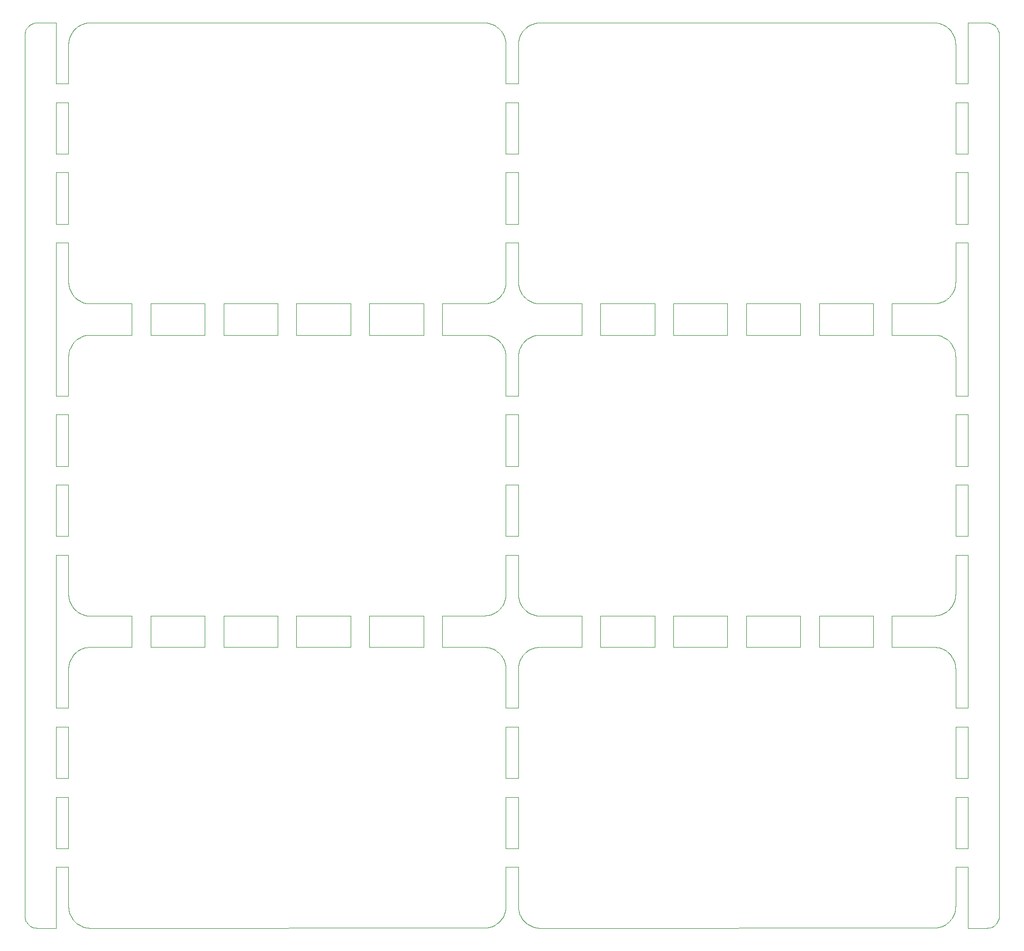
<source format=gbr>
%TF.GenerationSoftware,KiCad,Pcbnew,8.0.2*%
%TF.CreationDate,2024-05-05T15:06:13+02:00*%
%TF.ProjectId,panelized,70616e65-6c69-47a6-9564-2e6b69636164,rev?*%
%TF.SameCoordinates,Original*%
%TF.FileFunction,Profile,NP*%
%FSLAX46Y46*%
G04 Gerber Fmt 4.6, Leading zero omitted, Abs format (unit mm)*
G04 Created by KiCad (PCBNEW 8.0.2) date 2024-05-05 15:06:13*
%MOMM*%
%LPD*%
G01*
G04 APERTURE LIST*
%TA.AperFunction,Profile*%
%ADD10C,0.100000*%
%TD*%
G04 APERTURE END LIST*
D10*
X79530744Y-51648625D02*
X79440786Y-51801442D01*
X100834333Y-94992698D02*
X100834333Y-97499000D01*
X74248594Y-94898960D02*
X74425491Y-94856490D01*
X7041361Y-2970003D02*
X7018958Y-3145911D01*
X31834334Y-47501500D02*
X31834334Y-47499500D01*
X9120755Y-94716352D02*
X9285432Y-94782132D01*
X80221196Y-100844346D02*
X80089615Y-100963224D01*
X43501000Y-94986857D02*
X52167666Y-94983406D01*
X73855089Y-100017957D02*
X73678272Y-100004492D01*
X147851272Y-144082344D02*
X147983234Y-143957116D01*
X78000000Y-24000000D02*
X78002000Y-24000000D01*
X78002000Y-124000000D02*
X79001000Y-124000000D01*
X149001000Y-74000000D02*
X151002000Y-74000000D01*
X148981964Y-91863224D02*
X148996237Y-91681861D01*
X79072645Y-92204544D02*
X79112729Y-92377283D01*
X7112730Y-52622716D02*
X7072646Y-52795455D01*
X149001000Y-62750000D02*
X151002000Y-62750000D01*
X75568607Y-44311243D02*
X75712936Y-44200495D01*
X76561213Y-51801443D02*
X76471254Y-51648625D01*
X147500438Y-100627327D02*
X147352374Y-100529745D01*
X7964225Y-143911384D02*
X8089616Y-144036775D01*
X8501562Y-627328D02*
X8358629Y-732285D01*
X73678272Y-100004492D02*
X73501000Y-100000000D01*
X73678272Y-50004492D02*
X73501000Y-50000000D01*
X31834334Y-44991503D02*
X40501000Y-44988052D01*
X79440786Y-93198557D02*
X79530744Y-93351374D01*
X28834334Y-97499000D02*
X28834334Y-97501000D01*
X82501000Y-100000000D02*
X82323727Y-100004492D01*
X149001000Y-59750000D02*
X149001000Y-53500000D01*
X8089616Y-144036775D02*
X8221197Y-144155653D01*
X151002000Y-12750000D02*
X151002000Y-21000000D01*
X1609820Y-38430D02*
X1419431Y-86120D01*
X80802442Y-50439786D02*
X80649625Y-50529744D01*
X20167667Y-47501500D02*
X20167667Y-47499500D01*
X9285432Y-94782132D02*
X9453229Y-94839487D01*
X146030997Y-40361D02*
X145855089Y-17958D01*
X7628328Y-43499438D02*
X7733285Y-43642371D01*
X79284647Y-2119755D02*
X79218867Y-2284432D01*
X17167667Y-50000000D02*
X10501000Y-50000000D01*
X146069717Y-44932114D02*
X146248594Y-44898960D01*
X92167666Y-47499500D02*
X92167666Y-44996150D01*
X7628328Y-51500561D02*
X7530745Y-51648625D01*
X146069717Y-144932114D02*
X146248594Y-144898960D01*
X28834334Y-97501000D02*
X28834334Y-100000000D01*
X8501562Y-44372672D02*
X8649626Y-44470255D01*
X148471254Y-101648625D02*
X148373672Y-101500561D01*
X81971002Y-44959639D02*
X82146910Y-44982042D01*
X7845347Y-143779803D02*
X7964225Y-143911384D01*
X76373672Y-101500561D02*
X76268715Y-101357629D01*
X75500438Y-100627327D02*
X75352374Y-100529745D01*
X7733285Y-51357628D02*
X7628328Y-51500561D01*
X10146911Y-144982042D02*
X10323728Y-144995507D01*
X73889350Y-144955861D02*
X74069717Y-144932114D01*
X81120754Y-100283647D02*
X80959620Y-100357683D01*
X79001000Y-103500000D02*
X79001000Y-109750000D01*
X78002000Y-82250000D02*
X78000000Y-82250000D01*
X78002000Y-24000000D02*
X79001000Y-24000000D01*
X146205544Y-71646D02*
X146030997Y-40361D01*
X146425491Y-44856490D02*
X146599922Y-44804819D01*
X76958218Y-92043591D02*
X76981964Y-91863224D01*
X74716568Y-217868D02*
X74548770Y-160513D01*
X145678272Y-50004492D02*
X145501000Y-50000000D01*
X76996237Y-41681861D02*
X77001000Y-41500000D01*
X148925065Y-92222468D02*
X148958218Y-92043591D01*
X76889269Y-102622716D02*
X76840487Y-102452229D01*
X100834333Y-97501000D02*
X100834333Y-100000000D01*
X76373672Y-51500561D02*
X76268715Y-51357629D01*
X148373672Y-1500562D02*
X148268715Y-1357630D01*
X148840487Y-102452229D02*
X148783132Y-102284431D01*
X7072646Y-102795455D02*
X7041361Y-102970002D01*
X28834334Y-100000000D02*
X20167667Y-100000000D01*
X77001000Y-71000000D02*
X77001000Y-62750000D01*
X77001000Y-85250000D02*
X78000000Y-85250000D01*
X7001000Y-103500000D02*
X7001001Y-109750000D01*
X7733285Y-43642371D02*
X7845347Y-43779803D01*
X79001000Y-32250000D02*
X78002000Y-32250000D01*
X8089616Y-50963224D02*
X7964225Y-51088615D01*
X75983234Y-143957116D02*
X76108462Y-143825152D01*
X79161512Y-92547771D02*
X79218867Y-92715568D01*
X73889350Y-44955861D02*
X74069717Y-44932114D01*
X66834333Y-47501500D02*
X66834333Y-47499500D01*
X7001001Y-85250000D02*
X7001001Y-91500000D01*
X148882596Y-42399366D02*
X148925065Y-42222468D01*
X7001001Y-71000000D02*
X5000000Y-71000000D01*
X7358684Y-1958621D02*
X7284648Y-2119755D01*
X156002000Y-2000000D02*
X155992369Y-1803966D01*
X79218867Y-92715568D02*
X79284647Y-92880245D01*
X100834333Y-44992698D02*
X100834333Y-47499500D01*
X7358684Y-51958620D02*
X7284648Y-52119754D01*
X78002000Y-12750000D02*
X79001000Y-12750000D01*
X73855089Y-50017957D02*
X73678272Y-50004492D01*
X103834333Y-100000000D02*
X103834333Y-97501000D01*
X145501000Y0D02*
X82501000Y-1D01*
X135834333Y-47499500D02*
X135834333Y-47501500D01*
X148561213Y-101801443D02*
X148471254Y-101648625D01*
X76981964Y-41863224D02*
X76996237Y-41681861D01*
X155963570Y-1609820D02*
X155915880Y-1419431D01*
X73526126Y-44974899D02*
X73707987Y-44970136D01*
X78000000Y-21000000D02*
X77001000Y-21000000D01*
X17167667Y-44997344D02*
X17167667Y-47499500D01*
X8358629Y-100732284D02*
X8221197Y-100844346D01*
X74069717Y-144932114D02*
X74248594Y-144898960D01*
X75042379Y-50357684D02*
X74881245Y-50283647D01*
X5000000Y-35250000D02*
X7001001Y-35250000D01*
X9120755Y-144716352D02*
X9285432Y-144782132D01*
X135834333Y-97501000D02*
X135834333Y-100000000D01*
X151002000Y-135250000D02*
X151002000Y-145000000D01*
X148983042Y-53145910D02*
X148960639Y-52970002D01*
X146881245Y-50283647D02*
X146716568Y-50217867D01*
X7628328Y-143499438D02*
X7733285Y-143642371D01*
X76889269Y-2622717D02*
X76840487Y-2452230D01*
X7001001Y-112750000D02*
X7001001Y-121000000D01*
X81623716Y-144888270D02*
X81796455Y-144928354D01*
X7530745Y-43351374D02*
X7628328Y-43499438D01*
X66834333Y-44977565D02*
X73526126Y-44974899D01*
X154767366Y-152241D02*
X154582569Y-86120D01*
X7072646Y-142204544D02*
X7112730Y-142377283D01*
X75352374Y-100529745D02*
X75199556Y-100439786D01*
X78002000Y-121000000D02*
X78000000Y-121000000D01*
X79005492Y-41677272D02*
X79018957Y-41854089D01*
X78002000Y-21000000D02*
X78000000Y-21000000D01*
X146030997Y-100040360D02*
X145855089Y-100017957D01*
X148925065Y-42222468D02*
X148958218Y-42043591D01*
X151002000Y-62750000D02*
X151002000Y-71000000D01*
X77001000Y-109750000D02*
X77001000Y-103500000D01*
X7161513Y-42547771D02*
X7218868Y-42715568D01*
X7284648Y-102119754D02*
X7218868Y-102284431D01*
X148717352Y-102119754D02*
X148643315Y-101958620D01*
X731214Y-144546020D02*
X888860Y-144662939D01*
X89167666Y-44997344D02*
X89167666Y-47499500D01*
X9971003Y-144959639D02*
X10146911Y-144982042D01*
X76770200Y-142745287D02*
X76830927Y-142573798D01*
X79964224Y-51088615D02*
X79845346Y-51220196D01*
X79001000Y-53500000D02*
X79001000Y-59750000D01*
X66834333Y-50000000D02*
X66834333Y-47501500D01*
X75500438Y-50627327D02*
X75352374Y-50529745D01*
X115501000Y-97501000D02*
X115501000Y-97499000D01*
X82501000Y-50000000D02*
X82323727Y-50004492D01*
X453980Y-144268786D02*
X585787Y-144414213D01*
X731214Y-453980D02*
X585787Y-585787D01*
X78002000Y-109750000D02*
X78000000Y-109750000D01*
X5000000Y-112750000D02*
X7001001Y-112750000D01*
X76373672Y-1500562D02*
X76268715Y-1357630D01*
X78000000Y-32250000D02*
X77001000Y-32250000D01*
X155113140Y-337061D02*
X154944793Y-236158D01*
X147042379Y-50357684D02*
X146881245Y-50283647D01*
X52167666Y-44983406D02*
X52167666Y-47499500D01*
X151002000Y-74000000D02*
X151002000Y-82250000D01*
X76958218Y-142043591D02*
X76981964Y-141863224D01*
X76268715Y-101357629D02*
X76156653Y-101220196D01*
X155963570Y-143390180D02*
X155992369Y-143196034D01*
X7845347Y-101220196D02*
X7733285Y-101357628D01*
X80959620Y-100357683D02*
X80802442Y-100439786D01*
X82146910Y-50017957D02*
X81971002Y-50040360D01*
X79358683Y-1958621D02*
X79284647Y-2119755D01*
X79001000Y-74000000D02*
X79001000Y-82250000D01*
X82146910Y-17958D02*
X81971002Y-40361D01*
X155849759Y-143765366D02*
X155915880Y-143580569D01*
X76561213Y-1801444D02*
X76471254Y-1648626D01*
X76958218Y-42043591D02*
X76981964Y-41863224D01*
X148440401Y-43392558D02*
X148535456Y-43237442D01*
X7161513Y-2452229D02*
X7112730Y-2622717D01*
X75103687Y-44596150D02*
X75263565Y-44509343D01*
X79001000Y-71000000D02*
X78002000Y-71000000D01*
X80221196Y-50844346D02*
X80089615Y-50963224D01*
X152241Y-1234634D02*
X86120Y-1419431D01*
X8649626Y-144470255D02*
X8802443Y-144560213D01*
X7440787Y-101801442D02*
X7358684Y-101958620D01*
X147780803Y-50844346D02*
X147643370Y-50732284D01*
X7845347Y-43779803D02*
X7964225Y-43911384D01*
X135834333Y-97499000D02*
X135834333Y-97501000D01*
X89167666Y-94997344D02*
X89167666Y-97499000D01*
X75418679Y-94414287D02*
X75568607Y-94311243D01*
X77001000Y-3500000D02*
X76996507Y-3322728D01*
X8089616Y-963225D02*
X7964225Y-1088616D01*
X7218868Y-2284432D02*
X7161513Y-2452229D01*
X80089615Y-144036775D02*
X80221196Y-144155653D01*
X76830927Y-92573798D02*
X76882596Y-92399366D01*
X148996237Y-91681861D02*
X149001000Y-91500000D01*
X79112729Y-2622717D02*
X79072645Y-2795456D01*
X10146911Y-17958D02*
X9971003Y-40361D01*
X75263565Y-94509343D02*
X75418679Y-94414287D01*
X145501000Y-50000000D02*
X138834333Y-50000000D01*
X80959620Y-144642316D02*
X81120754Y-144716352D01*
X74548770Y-160513D02*
X74378283Y-111731D01*
X80959620Y-44642316D02*
X81120754Y-44716352D01*
X63834333Y-44978759D02*
X63834333Y-47499500D01*
X103834333Y-97499000D02*
X103834333Y-94991503D01*
X148958218Y-42043591D02*
X148981964Y-41863224D01*
X76981964Y-141863224D02*
X76996237Y-141681861D01*
X17167667Y-97499000D02*
X17167667Y-97501000D01*
X75912384Y-100963225D02*
X75780803Y-100844346D01*
X78002000Y-112750000D02*
X79001000Y-112750000D01*
X79530744Y-143351374D02*
X79628327Y-143499438D01*
X92167666Y-47501500D02*
X92167666Y-47499500D01*
X7733285Y-93642371D02*
X7845347Y-93779803D01*
X149001000Y-12750000D02*
X151002000Y-12750000D01*
X82501000Y-95000000D02*
X89167666Y-94997344D01*
X151002000Y-145000000D02*
X154002000Y-145000000D01*
X80089615Y-50963224D02*
X79964224Y-51088615D01*
X147912384Y-100963225D02*
X147780803Y-100844346D01*
X8501562Y-50627327D02*
X8358629Y-50732284D01*
X7001001Y-141500000D02*
X7005493Y-141677272D01*
X8358629Y-44267715D02*
X8501562Y-44372672D01*
X138834333Y-97501000D02*
X138834333Y-97499000D01*
X8649626Y-94470255D02*
X8802443Y-94560213D01*
X75103687Y-144596150D02*
X75263565Y-144509343D01*
X100834333Y-50000000D02*
X92167666Y-50000000D01*
X7440787Y-143198557D02*
X7530745Y-143351374D01*
X9971003Y-100040360D02*
X9796456Y-100071645D01*
X151002000Y-9750000D02*
X149001000Y-9750000D01*
X10501000Y-145000000D02*
X73526126Y-144974899D01*
X115501000Y-47501500D02*
X115501000Y-47499500D01*
X7001001Y-9750000D02*
X5000000Y-9750000D01*
X79284647Y-42880245D02*
X79358683Y-43041379D01*
X79530744Y-1648626D02*
X79440786Y-1801443D01*
X7964225Y-51088615D02*
X7845347Y-51220196D01*
X79161512Y-42547771D02*
X79218867Y-42715568D01*
X80221196Y-94155653D02*
X80358628Y-94267715D01*
X148889269Y-52622716D02*
X148840487Y-52452229D01*
X9120755Y-283648D02*
X8959621Y-357684D01*
X145501000Y-100000000D02*
X138834333Y-100000000D01*
X0Y-2000000D02*
X0Y-143000000D01*
X78000000Y-135250000D02*
X78002000Y-135250000D01*
X43501000Y-44986857D02*
X52167666Y-44983406D01*
X148226611Y-143686816D02*
X148337359Y-143542486D01*
X76037774Y-1088616D02*
X75912384Y-963226D01*
X148700581Y-142913362D02*
X148770200Y-142745287D01*
X79005492Y-91677272D02*
X79018957Y-91854089D01*
X148960639Y-2970003D02*
X148929354Y-2795456D01*
X77001000Y-91500000D02*
X77001000Y-85250000D01*
X8358629Y-94267715D02*
X8501562Y-94372672D01*
X75418679Y-44414287D02*
X75568607Y-44311243D01*
X152241Y-143765366D02*
X236158Y-143942793D01*
X148840487Y-52452229D02*
X148783132Y-52284431D01*
X7628328Y-101500561D02*
X7530745Y-101648625D01*
X146548770Y-50160512D02*
X146378283Y-50111730D01*
X7005493Y-41677272D02*
X7018958Y-41854089D01*
X81285431Y-144782132D02*
X81453228Y-144839487D01*
X888860Y-144662939D02*
X1057207Y-144763842D01*
X5000000Y-135250000D02*
X7001001Y-135250000D01*
X89167666Y-50000000D02*
X82501000Y-50000000D01*
X7440787Y-43198557D02*
X7530745Y-43351374D01*
X74716568Y-50217867D02*
X74548770Y-50160512D01*
X8221197Y-100844346D02*
X8089616Y-100963224D01*
X75352374Y-529746D02*
X75199556Y-439787D01*
X103834333Y-97501000D02*
X103834333Y-97499000D01*
X149001000Y-112750000D02*
X151002000Y-112750000D01*
X78000000Y-109750000D02*
X77001000Y-109750000D01*
X80358628Y-100732284D02*
X80221196Y-100844346D01*
X147568607Y-144311243D02*
X147712936Y-144200495D01*
X79358683Y-93041379D02*
X79440786Y-93198557D01*
X155548020Y-144268786D02*
X155664939Y-144111140D01*
X76226611Y-43686816D02*
X76337359Y-43542486D01*
X81120754Y-50283647D02*
X80959620Y-50357683D01*
X79218867Y-142715568D02*
X79284647Y-142880245D01*
X146548770Y-160513D02*
X146378283Y-111731D01*
X585787Y-144414213D02*
X731214Y-144546020D01*
X76996507Y-3322728D02*
X76983042Y-3145911D01*
X20167667Y-94996150D02*
X28834334Y-94992698D01*
X77001000Y-121000000D02*
X77001000Y-112750000D01*
X9453229Y-160513D02*
X9285432Y-217868D01*
X124167666Y-47499500D02*
X124167666Y-47501500D01*
X146716568Y-100217867D02*
X146548770Y-100160512D01*
X75712936Y-144200495D02*
X75851272Y-144082344D01*
X75780803Y-100844346D02*
X75643370Y-100732284D01*
X148958218Y-92043591D02*
X148981964Y-91863224D01*
X76925065Y-92222468D02*
X76958218Y-92043591D01*
X66834333Y-47499500D02*
X66834333Y-44977565D01*
X78000000Y-132250000D02*
X77001000Y-132250000D01*
X7161513Y-92547771D02*
X7218868Y-92715568D01*
X149001000Y-103500000D02*
X148996507Y-103322727D01*
X81623716Y-111730D02*
X81453228Y-160513D01*
X103834333Y-47501500D02*
X103834333Y-47499500D01*
X148337359Y-43542486D02*
X148440401Y-43392558D01*
X147500438Y-50627327D02*
X147352374Y-50529745D01*
X7358684Y-143041379D02*
X7440787Y-143198557D01*
X86120Y-143580569D02*
X152241Y-143765366D01*
X80089615Y-963225D02*
X79964224Y-1088616D01*
X76770200Y-42745287D02*
X76830927Y-42573798D01*
X147712936Y-94200495D02*
X147851272Y-94082344D01*
X147568607Y-94311243D02*
X147712936Y-94200495D01*
X148037774Y-51088615D02*
X147912384Y-50963225D01*
X9623717Y-111730D02*
X9453229Y-160513D01*
X7041361Y-52970002D02*
X7018958Y-53145910D01*
X79440786Y-43198557D02*
X79530744Y-43351374D01*
X66834333Y-97499000D02*
X66834333Y-94977565D01*
X31834334Y-97499000D02*
X31834334Y-94991503D01*
X9453229Y-144839487D02*
X9623717Y-144888270D01*
X151002000Y-109750000D02*
X149001000Y-109750000D01*
X76929354Y-102795455D02*
X76889269Y-102622716D01*
X78000000Y-121000000D02*
X77001000Y-121000000D01*
X40501000Y-97501000D02*
X40501000Y-100000000D01*
X79530744Y-93351374D02*
X79628327Y-93499438D01*
X146069717Y-94932114D02*
X146248594Y-94898960D01*
X79161512Y-2452229D02*
X79112729Y-2622717D01*
X148037774Y-101088615D02*
X147912384Y-100963225D01*
X79733284Y-43642371D02*
X79845346Y-43779803D01*
X9796456Y-144928354D02*
X9971003Y-144959639D01*
X453980Y-731214D02*
X337061Y-888860D01*
X8959621Y-44642316D02*
X9120755Y-44716352D01*
X63834333Y-94978759D02*
X63834333Y-97499000D01*
X7358684Y-93041379D02*
X7440787Y-93198557D01*
X148226611Y-43686816D02*
X148337359Y-43542486D01*
X73855089Y-17958D02*
X73678272Y-4493D01*
X79218867Y-102284431D02*
X79161512Y-102452228D01*
X76622262Y-143077564D02*
X76700581Y-142913362D01*
X81796455Y-94928354D02*
X81971002Y-94959639D01*
X154767366Y-144847759D02*
X154944793Y-144763842D01*
X76226611Y-93686816D02*
X76337359Y-93542486D01*
X155992369Y-1803966D02*
X155963570Y-1609820D01*
X40501000Y-47499500D02*
X40501000Y-47501500D01*
X86120Y-1419431D02*
X38430Y-1609820D01*
X127167666Y-100000000D02*
X127167666Y-97501000D01*
X28834334Y-44992698D02*
X28834334Y-47499500D01*
X82501000Y-1D02*
X82323727Y-4493D01*
X79001000Y-21000000D02*
X78002000Y-21000000D01*
X337061Y-888860D02*
X236158Y-1057207D01*
X7358684Y-43041379D02*
X7440787Y-43198557D01*
X7001001Y-109750000D02*
X5000000Y-109750000D01*
X80959620Y-94642316D02*
X81120754Y-94716352D01*
X43501000Y-50000000D02*
X43501000Y-47501500D01*
X147712936Y-144200495D02*
X147851272Y-144082344D01*
X103834333Y-50000000D02*
X103834333Y-47501500D01*
X81453228Y-50160512D02*
X81285431Y-50217867D01*
X9796456Y-44928354D02*
X9971003Y-44959639D01*
X9631Y-1803966D02*
X0Y-2000000D01*
X79733284Y-93642371D02*
X79845346Y-93779803D01*
X80358628Y-94267715D02*
X80501561Y-94372672D01*
X146771411Y-144744091D02*
X146939486Y-144674471D01*
X76925065Y-42222468D02*
X76958218Y-42043591D01*
X79072645Y-142204544D02*
X79112729Y-142377283D01*
X148983042Y-3145911D02*
X148960639Y-2970003D01*
X112501000Y-100000000D02*
X103834333Y-100000000D01*
X77001000Y-74000000D02*
X78000000Y-74000000D01*
X10146911Y-50017957D02*
X9971003Y-50040360D01*
X76996237Y-141681861D02*
X77001000Y-141500000D01*
X38430Y-143390180D02*
X86120Y-143580569D01*
X7001001Y-91500000D02*
X7005493Y-91677272D01*
X79018957Y-41854089D02*
X79041360Y-42029997D01*
X82501000Y-45000000D02*
X89167666Y-44997344D01*
X10146911Y-100017957D02*
X9971003Y-100040360D01*
X74881245Y-100283647D02*
X74716568Y-100217867D01*
X147199556Y-50439786D02*
X147042379Y-50357684D01*
X78002000Y-135250000D02*
X79001000Y-135250000D01*
X8221197Y-144155653D02*
X8358629Y-144267715D01*
X7161513Y-102452228D02*
X7112730Y-102622716D01*
X76440401Y-93392558D02*
X76535456Y-93237442D01*
X75912384Y-50963225D02*
X75780803Y-50844346D01*
X147263565Y-44509343D02*
X147418679Y-44414287D01*
X79161512Y-142547771D02*
X79218867Y-142715568D01*
X79072645Y-42204544D02*
X79112729Y-42377283D01*
X236158Y-1057207D02*
X152241Y-1234634D01*
X80358628Y-44267715D02*
X80501561Y-44372672D01*
X145678272Y-4493D02*
X145501000Y0D01*
X76156653Y-101220196D02*
X76037774Y-101088615D01*
X146599922Y-94804819D02*
X146771411Y-94744091D01*
X5000000Y-85250000D02*
X7001001Y-85250000D01*
X52167666Y-94983406D02*
X52167666Y-97499000D01*
X155915880Y-1419431D02*
X155849759Y-1234634D01*
X148268715Y-101357629D02*
X148156653Y-101220196D01*
X8089616Y-94036775D02*
X8221197Y-94155653D01*
X100834333Y-47501500D02*
X100834333Y-50000000D01*
X5000000Y-32250000D02*
X5000000Y-24000000D01*
X149001000Y-141500000D02*
X149001000Y-135250000D01*
X148996237Y-41681861D02*
X149001000Y-41500000D01*
X147418679Y-144414287D02*
X147568607Y-144311243D01*
X80649625Y-94470255D02*
X80802442Y-94560213D01*
X154582569Y-144913880D02*
X154767366Y-144847759D01*
X5000000Y-12750000D02*
X7001001Y-12750000D01*
X74069717Y-94932114D02*
X74248594Y-94898960D01*
X8802443Y-439787D02*
X8649626Y-529745D01*
X74378283Y-111731D02*
X74205544Y-71646D01*
X74771411Y-94744091D02*
X74939486Y-94674471D01*
X7001001Y-74000000D02*
X7001001Y-82250000D01*
X75418679Y-144414287D02*
X75568607Y-144311243D01*
X20167667Y-100000000D02*
X20167667Y-97501000D01*
X146378283Y-111731D02*
X146205544Y-71646D01*
X79628327Y-101500561D02*
X79530744Y-101648625D01*
X77001000Y-59750000D02*
X77001000Y-53500000D01*
X76700581Y-42913362D02*
X76770200Y-42745287D01*
X5000000Y-82250000D02*
X5000000Y-74000000D01*
X148535456Y-93237442D02*
X148622262Y-93077564D01*
X148783132Y-102284431D02*
X148717352Y-102119754D01*
X75263565Y-44509343D02*
X75418679Y-44414287D01*
X149001000Y-132250000D02*
X149001000Y-124000000D01*
X74939486Y-44674471D02*
X75103687Y-44596150D01*
X81623716Y-100111729D02*
X81453228Y-100160512D01*
X76770200Y-92745287D02*
X76830927Y-92573798D01*
X76337359Y-93542486D02*
X76440401Y-93392558D01*
X79440786Y-1801443D02*
X79358683Y-1958621D01*
X76889269Y-52622716D02*
X76840487Y-52452229D01*
X81285431Y-50217867D02*
X81120754Y-50283647D01*
X145526126Y-94974899D02*
X145707987Y-94970136D01*
X79440786Y-143198557D02*
X79530744Y-143351374D01*
X155664939Y-888860D02*
X155548020Y-731214D01*
X52167666Y-97501000D02*
X52167666Y-100000000D01*
X82323727Y-44995507D02*
X82501000Y-45000000D01*
X79284647Y-142880245D02*
X79358683Y-143041379D01*
X7001001Y-35250000D02*
X7001001Y-41500000D01*
X148700581Y-42913362D02*
X148770200Y-42745287D01*
X148471254Y-1648626D02*
X148373672Y-1500562D01*
X74425491Y-44856490D02*
X74599922Y-44804819D01*
X154582569Y-86120D02*
X154392180Y-38430D01*
X81453228Y-94839487D02*
X81623716Y-94888270D01*
X17167667Y-100000000D02*
X10501000Y-100000000D01*
X79845346Y-101220196D02*
X79733284Y-101357628D01*
X40501000Y-47501500D02*
X40501000Y-50000000D01*
X75643370Y-100732284D02*
X75500438Y-100627327D01*
X92167666Y-100000000D02*
X92167666Y-97501000D01*
X148226611Y-93686816D02*
X148337359Y-93542486D01*
X76840487Y-2452230D02*
X76783132Y-2284432D01*
X79001000Y-121000000D02*
X78002000Y-121000000D01*
X79358683Y-143041379D02*
X79440786Y-143198557D01*
X73526126Y-94974899D02*
X73707987Y-94970136D01*
X73707987Y-44970136D02*
X73889350Y-44955861D01*
X79005492Y-3322728D02*
X79001000Y-3500000D01*
X75712936Y-94200495D02*
X75851272Y-94082344D01*
X79733284Y-51357628D02*
X79628327Y-51500561D01*
X80649625Y-50529744D02*
X80501561Y-50627327D01*
X147983234Y-93957116D02*
X148108462Y-93825152D01*
X7218868Y-142715568D02*
X7284648Y-142880245D01*
X78000000Y-71000000D02*
X77001000Y-71000000D01*
X76108462Y-93825152D02*
X76226611Y-93686816D01*
X80501561Y-144372672D02*
X80649625Y-144470255D01*
X79440786Y-51801442D02*
X79358683Y-51958620D01*
X10146911Y-94982042D02*
X10323728Y-94995507D01*
X138834333Y-50000000D02*
X138834333Y-47501500D01*
X103834333Y-47499500D02*
X103834333Y-44991503D01*
X79530744Y-101648625D02*
X79440786Y-101801442D01*
X148156653Y-1220197D02*
X148037774Y-1088616D01*
X7733285Y-143642371D02*
X7845347Y-143779803D01*
X79845346Y-51220196D02*
X79733284Y-51357628D01*
X78002000Y-85250000D02*
X79001000Y-85250000D01*
X5000000Y-21000000D02*
X5000000Y-12750000D01*
X76440401Y-143392558D02*
X76535456Y-143237442D01*
X146939486Y-44674471D02*
X147103687Y-44596150D01*
X8221197Y-94155653D02*
X8358629Y-94267715D01*
X76929354Y-52795455D02*
X76889269Y-52622716D01*
X8221197Y-844347D02*
X8089616Y-963225D01*
X10323728Y-50004492D02*
X10146911Y-50017957D01*
X76156653Y-1220197D02*
X76037774Y-1088616D01*
X9971003Y-44959639D02*
X10146911Y-44982042D01*
X124167666Y-47501500D02*
X124167666Y-50000000D01*
X81285431Y-100217867D02*
X81120754Y-100283647D01*
X79018957Y-53145910D02*
X79005492Y-53322727D01*
X155992369Y-143196034D02*
X156002000Y-143000000D01*
X145526126Y-44974899D02*
X145707987Y-44970136D01*
X79628327Y-143499438D02*
X79733284Y-143642371D01*
X1609820Y-144961570D02*
X1803966Y-144990369D01*
X146716568Y-217868D02*
X146548770Y-160513D01*
X79845346Y-143779803D02*
X79964224Y-143911384D01*
X7072646Y-42204544D02*
X7112730Y-42377283D01*
X7358684Y-101958620D02*
X7284648Y-102119754D01*
X1419431Y-86120D02*
X1234634Y-152241D01*
X149001000Y-82250000D02*
X149001000Y-74000000D01*
X79005492Y-141677272D02*
X79018957Y-141854089D01*
X73707987Y-94970136D02*
X73889350Y-94955861D01*
X80358628Y-144267715D02*
X80501561Y-144372672D01*
X79112729Y-142377283D02*
X79161512Y-142547771D01*
X148440401Y-93392558D02*
X148535456Y-93237442D01*
X81453228Y-144839487D02*
X81623716Y-144888270D01*
X79845346Y-43779803D02*
X79964224Y-43911384D01*
X82323727Y-50004492D02*
X82146910Y-50017957D01*
X77001000Y-24000000D02*
X78000000Y-24000000D01*
X40501000Y-50000000D02*
X31834334Y-50000000D01*
X154198034Y-9631D02*
X154002000Y0D01*
X73678272Y-4493D02*
X73501000Y0D01*
X148830927Y-42573798D02*
X148882596Y-42399366D01*
X40501000Y-44988052D02*
X40501000Y-47499500D01*
X154002000Y-145000000D02*
X154198034Y-144990369D01*
X148643315Y-51958620D02*
X148561213Y-51801443D01*
X145707987Y-94970136D02*
X145889350Y-94955861D01*
X148981964Y-141863224D02*
X148996237Y-141681861D01*
X135834333Y-100000000D02*
X127167666Y-100000000D01*
X7001001Y-12750000D02*
X7001001Y-21000000D01*
X79964224Y-93911384D02*
X80089615Y-94036775D01*
X10146911Y-44982042D02*
X10323728Y-44995507D01*
X148830927Y-142573798D02*
X148882596Y-142399366D01*
X80501561Y-627328D02*
X80358628Y-732285D01*
X155915880Y-143580569D02*
X155963570Y-143390180D01*
X75780803Y-844347D02*
X75643370Y-732285D01*
X127167666Y-97499000D02*
X127167666Y-94982211D01*
X81453228Y-100160512D02*
X81285431Y-100217867D01*
X89167666Y-100000000D02*
X82501000Y-100000000D01*
X31834334Y-97501000D02*
X31834334Y-97499000D01*
X9631Y-143196034D02*
X38430Y-143390180D01*
X79358683Y-43041379D02*
X79440786Y-43198557D01*
X135834333Y-47501500D02*
X135834333Y-50000000D01*
X92167666Y-97501000D02*
X92167666Y-97499000D01*
X82323727Y-100004492D02*
X82146910Y-100017957D01*
X79001000Y-112750000D02*
X79001000Y-121000000D01*
X151002000Y-21000000D02*
X149001000Y-21000000D01*
X7284648Y-142880245D02*
X7358684Y-143041379D01*
X147712936Y-44200495D02*
X147851272Y-44082344D01*
X148783132Y-2284432D02*
X148717352Y-2119755D01*
X31834334Y-47499500D02*
X31834334Y-44991503D01*
X76783132Y-2284432D02*
X76717352Y-2119755D01*
X151002000Y-82250000D02*
X149001000Y-82250000D01*
X7001001Y-24000000D02*
X7001001Y-32250000D01*
X74548770Y-100160512D02*
X74378283Y-100111730D01*
X79284647Y-102119754D02*
X79218867Y-102284431D01*
X7112730Y-42377283D02*
X7161513Y-42547771D01*
X81796455Y-100071645D02*
X81623716Y-100111729D01*
X79733284Y-101357628D02*
X79628327Y-101500561D01*
X8358629Y-50732284D02*
X8221197Y-50844346D01*
X77001000Y-41500000D02*
X77001000Y-35250000D01*
X148108462Y-43825152D02*
X148226611Y-43686816D01*
X74881245Y-283648D02*
X74716568Y-217868D01*
X7005493Y-53322727D02*
X7001000Y-53500000D01*
X80089615Y-44036775D02*
X80221196Y-44155653D01*
X78002000Y-35250000D02*
X79001000Y-35250000D01*
X77001000Y-82250000D02*
X77001000Y-74000000D01*
X7001000Y-53500000D02*
X7001001Y-59750000D01*
X79001000Y-85250000D02*
X79001000Y-91500000D01*
X74939486Y-94674471D02*
X75103687Y-94596150D01*
X149001000Y-9750000D02*
X149001000Y-3500000D01*
X145526126Y-144974899D02*
X145707987Y-144970136D01*
X73501000Y-50000000D02*
X66834333Y-50000000D01*
X76622262Y-43077564D02*
X76700581Y-42913362D01*
X73707987Y-144970136D02*
X73889350Y-144955861D01*
X63834333Y-97501000D02*
X63834333Y-100000000D01*
X154002000Y0D02*
X151002000Y0D01*
X146205544Y-50071645D02*
X146030997Y-50040360D01*
X149001000Y-85250000D02*
X151002000Y-85250000D01*
X74425491Y-144856490D02*
X74599922Y-144804819D01*
X78000000Y-12750000D02*
X78002000Y-12750000D01*
X9453229Y-50160512D02*
X9285432Y-50217867D01*
X81796455Y-144928354D02*
X81971002Y-144959639D01*
X585787Y-585787D02*
X453980Y-731214D01*
X7440787Y-51801442D02*
X7358684Y-51958620D01*
X79018957Y-91854089D02*
X79041360Y-92029997D01*
X31834334Y-50000000D02*
X31834334Y-47501500D01*
X79018957Y-141854089D02*
X79041360Y-142029997D01*
X148996507Y-3322728D02*
X148983042Y-3145911D01*
X2000000Y0D02*
X1803966Y-9631D01*
X7005493Y-91677272D02*
X7018958Y-91854089D01*
X20167667Y-97501000D02*
X20167667Y-97499000D01*
X5000000Y-124000000D02*
X7001001Y-124000000D01*
X149001000Y-124000000D02*
X151002000Y-124000000D01*
X31834334Y-94991503D02*
X40501000Y-94988052D01*
X78000000Y-112750000D02*
X78002000Y-112750000D01*
X78000000Y-82250000D02*
X77001000Y-82250000D01*
X81623716Y-44888270D02*
X81796455Y-44928354D01*
X77001000Y-9750000D02*
X77001000Y-3500000D01*
X147418679Y-94414287D02*
X147568607Y-94311243D01*
X148996507Y-53322727D02*
X148983042Y-53145910D01*
X92167666Y-97499000D02*
X92167666Y-94996150D01*
X79041360Y-142029997D02*
X79072645Y-142204544D01*
X148770200Y-142745287D02*
X148830927Y-142573798D01*
X17167667Y-47501500D02*
X17167667Y-50000000D01*
X10323728Y-100004492D02*
X10146911Y-100017957D01*
X148156653Y-101220196D02*
X148037774Y-101088615D01*
X52167666Y-47501500D02*
X52167666Y-50000000D01*
X73501000Y-100000000D02*
X66834333Y-100000000D01*
X5000000Y-132250000D02*
X5000000Y-124000000D01*
X147500438Y-627328D02*
X147352374Y-529746D01*
X74716568Y-100217867D02*
X74548770Y-100160512D01*
X148108462Y-143825152D02*
X148226611Y-143686816D01*
X76840487Y-102452229D02*
X76783132Y-102284431D01*
X7284648Y-2119755D02*
X7218868Y-2284432D01*
X76983042Y-53145910D02*
X76960639Y-52970002D01*
X9285432Y-44782132D02*
X9453229Y-44839487D01*
X7845347Y-1220197D02*
X7733285Y-1357629D01*
X75851272Y-94082344D02*
X75983234Y-93957116D01*
X7005493Y-141677272D02*
X7018958Y-141854089D01*
X10323728Y-94995507D02*
X10501000Y-95000000D01*
X7628328Y-93499438D02*
X7733285Y-93642371D01*
X8358629Y-144267715D02*
X8501562Y-144372672D01*
X10323728Y-144995507D02*
X10501000Y-145000000D01*
X79358683Y-101958620D02*
X79284647Y-102119754D01*
X7041361Y-42029997D02*
X7072646Y-42204544D01*
X8221197Y-50844346D02*
X8089616Y-50963224D01*
X80089615Y-100963224D02*
X79964224Y-101088615D01*
X148622262Y-43077564D02*
X148700581Y-42913362D01*
X124167666Y-97501000D02*
X124167666Y-100000000D01*
X155765842Y-1057207D02*
X155664939Y-888860D01*
X76717352Y-102119754D02*
X76643315Y-101958620D01*
X1057207Y-144763842D02*
X1234634Y-144847759D01*
X146939486Y-144674471D02*
X147103687Y-144596150D01*
X148929354Y-52795455D02*
X148889269Y-52622716D01*
X74548770Y-50160512D02*
X74378283Y-50111730D01*
X79733284Y-143642371D02*
X79845346Y-143779803D01*
X78000000Y-85250000D02*
X78002000Y-85250000D01*
X9285432Y-50217867D02*
X9120755Y-50283647D01*
X148770200Y-92745287D02*
X148830927Y-92573798D01*
X31834334Y-100000000D02*
X31834334Y-97501000D01*
X148622262Y-143077564D02*
X148700581Y-142913362D01*
X76268715Y-51357629D02*
X76156653Y-51220196D01*
X145889350Y-94955861D02*
X146069717Y-94932114D01*
X148643315Y-1958621D02*
X148561213Y-1801444D01*
X52167666Y-97499000D02*
X52167666Y-97501000D01*
X112501000Y-44988052D02*
X112501000Y-47499500D01*
X148535456Y-43237442D02*
X148622262Y-43077564D01*
X148622262Y-93077564D02*
X148700581Y-92913362D01*
X78000000Y-9750000D02*
X77001000Y-9750000D01*
X79628327Y-1500562D02*
X79530744Y-1648626D01*
X149001000Y-135250000D02*
X151002000Y-135250000D01*
X7284648Y-42880245D02*
X7358684Y-43041379D01*
X80221196Y-44155653D02*
X80358628Y-44267715D01*
X80802442Y-44560213D02*
X80959620Y-44642316D01*
X74881245Y-50283647D02*
X74716568Y-50217867D01*
X81120754Y-144716352D02*
X81285431Y-144782132D01*
X28834334Y-50000000D02*
X20167667Y-50000000D01*
X148156653Y-51220196D02*
X148037774Y-51088615D01*
X7005493Y-3322728D02*
X7001000Y-3500000D01*
X20167667Y-97499000D02*
X20167667Y-94996150D01*
X155664939Y-144111140D02*
X155765842Y-143942793D01*
X73501000Y0D02*
X10501000Y-1D01*
X74939486Y-144674471D02*
X75103687Y-144596150D01*
X7530745Y-51648625D02*
X7440787Y-51801442D01*
X127167666Y-44982211D02*
X135834333Y-44978759D01*
X148337359Y-143542486D02*
X148440401Y-143392558D01*
X78002000Y-132250000D02*
X78000000Y-132250000D01*
X10323728Y-44995507D02*
X10501000Y-45000000D01*
X81796455Y-44928354D02*
X81971002Y-44959639D01*
X79001000Y-132250000D02*
X78002000Y-132250000D01*
X127167666Y-47501500D02*
X127167666Y-47499500D01*
X148981964Y-41863224D02*
X148996237Y-41681861D01*
X7161513Y-142547771D02*
X7218868Y-142715568D01*
X74378283Y-50111730D02*
X74205544Y-50071645D01*
X7218868Y-102284431D02*
X7161513Y-102452228D01*
X40501000Y-97499000D02*
X40501000Y-97501000D01*
X17167667Y-47499500D02*
X17167667Y-47501500D01*
X124167666Y-94983406D02*
X124167666Y-97499000D01*
X81971002Y-40361D02*
X81796455Y-71646D01*
X76643315Y-51958620D02*
X76561213Y-51801443D01*
X151002000Y-32250000D02*
X149001000Y-32250000D01*
X81120754Y-44716352D02*
X81285431Y-44782132D01*
X76983042Y-3145911D02*
X76960639Y-2970003D01*
X74248594Y-144898960D02*
X74425491Y-144856490D01*
X82146910Y-94982042D02*
X82323727Y-94995507D01*
X80649625Y-44470255D02*
X80802442Y-44560213D01*
X76471254Y-101648625D02*
X76373672Y-101500561D01*
X52167666Y-47499500D02*
X52167666Y-47501500D01*
X79161512Y-102452228D02*
X79112729Y-102622716D01*
X76830927Y-42573798D02*
X76882596Y-42399366D01*
X76929354Y-2795456D02*
X76889269Y-2622717D01*
X1234634Y-152241D02*
X1057207Y-236158D01*
X82323727Y-144995507D02*
X82501000Y-145000000D01*
X79112729Y-102622716D02*
X79072645Y-102795455D01*
X80358628Y-50732284D02*
X80221196Y-50844346D01*
X149001000Y-109750000D02*
X149001000Y-103500000D01*
X7530745Y-143351374D02*
X7628328Y-143499438D01*
X79001000Y-82250000D02*
X78002000Y-82250000D01*
X76471254Y-51648625D02*
X76373672Y-51500561D01*
X55167666Y-50000000D02*
X55167666Y-47501500D01*
X100834333Y-47499500D02*
X100834333Y-47501500D01*
X148561213Y-51801443D02*
X148471254Y-51648625D01*
X75780803Y-50844346D02*
X75643370Y-50732284D01*
X127167666Y-47499500D02*
X127167666Y-44982211D01*
X78002000Y-71000000D02*
X78000000Y-71000000D01*
X81623716Y-94888270D02*
X81796455Y-94928354D01*
X75500438Y-627328D02*
X75352374Y-529746D01*
X76108462Y-43825152D02*
X76226611Y-43686816D01*
X112501000Y-50000000D02*
X103834333Y-50000000D01*
X146599922Y-44804819D02*
X146771411Y-44744091D01*
X149001000Y-21000000D02*
X149001000Y-12750000D01*
X79845346Y-1220197D02*
X79733284Y-1357629D01*
X147568607Y-44311243D02*
X147712936Y-44200495D01*
X147352374Y-100529745D02*
X147199556Y-100439786D01*
X74205544Y-71646D02*
X74030997Y-40361D01*
X8959621Y-94642316D02*
X9120755Y-94716352D01*
X9623717Y-44888270D02*
X9796456Y-44928354D01*
X8959621Y-100357683D02*
X8802443Y-100439786D01*
X76622262Y-93077564D02*
X76700581Y-92913362D01*
X7218868Y-52284431D02*
X7161513Y-52452228D01*
X79041360Y-92029997D02*
X79072645Y-92204544D01*
X146599922Y-144804819D02*
X146771411Y-144744091D01*
X76882596Y-92399366D02*
X76925065Y-92222468D01*
X79018957Y-103145910D02*
X79005492Y-103322727D01*
X52167666Y-50000000D02*
X43501000Y-50000000D01*
X81120754Y-94716352D02*
X81285431Y-94782132D01*
X8959621Y-50357683D02*
X8802443Y-50439786D01*
X148960639Y-52970002D02*
X148929354Y-52795455D01*
X146205544Y-100071645D02*
X146030997Y-100040360D01*
X78002000Y-62750000D02*
X79001000Y-62750000D01*
X75199556Y-100439786D02*
X75042379Y-100357684D01*
X74599922Y-94804819D02*
X74771411Y-94744091D01*
X7001000Y-3500000D02*
X7001001Y-9750000D01*
X7440787Y-93198557D02*
X7530745Y-93351374D01*
X79845346Y-93779803D02*
X79964224Y-93911384D01*
X7964225Y-101088615D02*
X7845347Y-101220196D01*
X138834333Y-100000000D02*
X138834333Y-97501000D01*
X79041360Y-2970003D02*
X79018957Y-3145911D01*
X148783132Y-52284431D02*
X148717352Y-52119754D01*
X115501000Y-50000000D02*
X115501000Y-47501500D01*
X17167667Y-97501000D02*
X17167667Y-100000000D01*
X79001000Y-109750000D02*
X78002000Y-109750000D01*
X82146910Y-44982042D02*
X82323727Y-44995507D01*
X7018958Y-41854089D02*
X7041361Y-42029997D01*
X38430Y-1609820D02*
X9631Y-1803966D01*
X148373672Y-101500561D02*
X148268715Y-101357629D01*
X7001001Y-121000000D02*
X5000000Y-121000000D01*
X1803966Y-9631D02*
X1609820Y-38430D01*
X76108462Y-143825152D02*
X76226611Y-143686816D01*
X149001000Y-121000000D02*
X149001000Y-112750000D01*
X7845347Y-51220196D02*
X7733285Y-51357628D01*
X74599922Y-144804819D02*
X74771411Y-144744091D01*
X112501000Y-47499500D02*
X112501000Y-47501500D01*
X9453229Y-44839487D02*
X9623717Y-44888270D01*
X151002000Y-35250000D02*
X151002000Y-59750000D01*
X76471254Y-1648626D02*
X76373672Y-1500562D01*
X77001000Y-53500000D02*
X76996507Y-53322727D01*
X76960639Y-102970002D02*
X76929354Y-102795455D01*
X79218867Y-42715568D02*
X79284647Y-42880245D01*
X75103687Y-94596150D02*
X75263565Y-94509343D01*
X75042379Y-357685D02*
X74881245Y-283648D01*
X80959620Y-357684D02*
X80802442Y-439787D01*
X78002000Y-9750000D02*
X78000000Y-9750000D01*
X151002000Y-24000000D02*
X151002000Y-32250000D01*
X147643370Y-50732284D02*
X147500438Y-50627327D01*
X63834333Y-47499500D02*
X63834333Y-47501500D01*
X76783132Y-52284431D02*
X76717352Y-52119754D01*
X8802443Y-144560213D02*
X8959621Y-144642316D01*
X74030997Y-50040360D02*
X73855089Y-50017957D01*
X80649625Y-144470255D02*
X80802442Y-144560213D01*
X81796455Y-50071645D02*
X81623716Y-50111729D01*
X79005492Y-53322727D02*
X79001000Y-53500000D01*
X10501000Y-1D02*
X10323728Y-4493D01*
X7284648Y-52119754D02*
X7218868Y-52284431D01*
X149001000Y-32250000D02*
X149001000Y-24000000D01*
X151002000Y-132250000D02*
X149001000Y-132250000D01*
X81971002Y-100040360D02*
X81796455Y-100071645D01*
X5000000Y0D02*
X2000000Y0D01*
X76226611Y-143686816D02*
X76337359Y-143542486D01*
X80802442Y-144560213D02*
X80959620Y-144642316D01*
X146425491Y-94856490D02*
X146599922Y-94804819D01*
X148108462Y-93825152D02*
X148226611Y-93686816D01*
X79284647Y-92880245D02*
X79358683Y-93041379D01*
X76037774Y-101088615D02*
X75912384Y-100963225D01*
X9796456Y-50071645D02*
X9623717Y-50111729D01*
X7018958Y-103145910D02*
X7005493Y-103322727D01*
X74030997Y-40361D02*
X73855089Y-17958D01*
X76337359Y-143542486D02*
X76440401Y-143392558D01*
X147851272Y-44082344D02*
X147983234Y-43957116D01*
X148700581Y-92913362D02*
X148770200Y-92745287D01*
X8802443Y-94560213D02*
X8959621Y-94642316D01*
X145855089Y-100017957D02*
X145678272Y-100004492D01*
X112501000Y-97499000D02*
X112501000Y-97501000D01*
X155849759Y-1234634D02*
X155765842Y-1057207D01*
X10501000Y-45000000D02*
X17167667Y-44997344D01*
X92167666Y-44996150D02*
X100834333Y-44992698D01*
X146248594Y-44898960D02*
X146425491Y-44856490D01*
X115501000Y-47499500D02*
X115501000Y-44986857D01*
X75263565Y-144509343D02*
X75418679Y-144414287D01*
X10501000Y-50000000D02*
X10323728Y-50004492D01*
X7072646Y-52795455D02*
X7041361Y-52970002D01*
X7041361Y-142029997D02*
X7072646Y-142204544D01*
X76717352Y-2119755D02*
X76643315Y-1958621D01*
X55167666Y-97499000D02*
X55167666Y-94982211D01*
X20167667Y-47499500D02*
X20167667Y-44996150D01*
X124167666Y-100000000D02*
X115501000Y-100000000D01*
X7112730Y-2622717D02*
X7072646Y-2795456D01*
X7733285Y-101357628D02*
X7628328Y-101500561D01*
X5000000Y-9750000D02*
X5000000Y0D01*
X80221196Y-844347D02*
X80089615Y-963225D01*
X74069717Y-44932114D02*
X74248594Y-44898960D01*
X151002000Y-85250000D02*
X151002000Y-109750000D01*
X9285432Y-100217867D02*
X9120755Y-100283647D01*
X156002000Y-143000000D02*
X156002000Y-2000000D01*
X79001000Y-59750000D02*
X78002000Y-59750000D01*
X43501000Y-97501000D02*
X43501000Y-97499000D01*
X147103687Y-94596150D02*
X147263565Y-94509343D01*
X79001000Y-41500000D02*
X79005492Y-41677272D01*
X148770200Y-42745287D02*
X148830927Y-42573798D01*
X74030997Y-100040360D02*
X73855089Y-100017957D01*
X8649626Y-50529744D02*
X8501562Y-50627327D01*
X77001000Y-112750000D02*
X78000000Y-112750000D01*
X9623717Y-144888270D02*
X9796456Y-144928354D01*
X124167666Y-44983406D02*
X124167666Y-47499500D01*
X7530745Y-1648626D02*
X7440787Y-1801443D01*
X76643315Y-101958620D02*
X76561213Y-101801443D01*
X76882596Y-142399366D02*
X76925065Y-142222468D01*
X8802443Y-100439786D02*
X8649626Y-100529744D01*
X151002000Y-59750000D02*
X149001000Y-59750000D01*
X149001000Y-35250000D02*
X151002000Y-35250000D01*
X76996507Y-53322727D02*
X76983042Y-53145910D01*
X79001000Y-62750000D02*
X79001000Y-71000000D01*
X147042379Y-357685D02*
X146881245Y-283648D01*
X82146910Y-100017957D02*
X81971002Y-100040360D01*
X74205544Y-50071645D02*
X74030997Y-50040360D01*
X81971002Y-50040360D02*
X81796455Y-50071645D01*
X43501000Y-100000000D02*
X43501000Y-97501000D01*
X149001000Y-41500000D02*
X149001000Y-35250000D01*
X7072646Y-2795456D02*
X7041361Y-2970003D01*
X148643315Y-101958620D02*
X148561213Y-101801443D01*
X75643370Y-732285D02*
X75500438Y-627328D01*
X148830927Y-92573798D02*
X148882596Y-92399366D01*
X79440786Y-101801442D02*
X79358683Y-101958620D01*
X40501000Y-94988052D02*
X40501000Y-97499000D01*
X78002000Y-32250000D02*
X78000000Y-32250000D01*
X0Y-143000000D02*
X9631Y-143196034D01*
X66834333Y-94977565D02*
X73526126Y-94974899D01*
X17167667Y-94997344D02*
X17167667Y-97499000D01*
X81453228Y-160513D02*
X81285431Y-217868D01*
X79001000Y-91500000D02*
X79005492Y-91677272D01*
X78002000Y-74000000D02*
X79001000Y-74000000D01*
X9971003Y-94959639D02*
X10146911Y-94982042D01*
X76268715Y-1357630D02*
X76156653Y-1220197D01*
X20167667Y-44996150D02*
X28834334Y-44992698D01*
X8501562Y-100627327D02*
X8358629Y-100732284D01*
X82323727Y-4493D02*
X82146910Y-17958D01*
X148929354Y-2795456D02*
X148889269Y-2622717D01*
X79041360Y-102970002D02*
X79018957Y-103145910D01*
X74248594Y-44898960D02*
X74425491Y-44856490D01*
X115501000Y-94986857D02*
X124167666Y-94983406D01*
X75042379Y-100357684D02*
X74881245Y-100283647D01*
X9971003Y-40361D02*
X9796456Y-71646D01*
X146248594Y-144898960D02*
X146425491Y-144856490D01*
X151002000Y-124000000D02*
X151002000Y-132250000D01*
X149001000Y-91500000D02*
X149001000Y-85250000D01*
X154944793Y-144763842D02*
X155113140Y-144662939D01*
X147199556Y-439787D02*
X147042379Y-357685D01*
X7218868Y-92715568D02*
X7284648Y-92880245D01*
X8501562Y-144372672D02*
X8649626Y-144470255D01*
X147912384Y-963226D02*
X147780803Y-844347D01*
X149001000Y-24000000D02*
X151002000Y-24000000D01*
X148958218Y-142043591D02*
X148981964Y-141863224D01*
X82323727Y-94995507D02*
X82501000Y-95000000D01*
X76840487Y-52452229D02*
X76783132Y-52284431D01*
X76960639Y-2970003D02*
X76929354Y-2795456D01*
X5000000Y-24000000D02*
X7001001Y-24000000D01*
X148717352Y-2119755D02*
X148643315Y-1958621D01*
X76337359Y-43542486D02*
X76440401Y-43392558D01*
X148535456Y-143237442D02*
X148622262Y-143077564D01*
X148889269Y-102622716D02*
X148840487Y-102452229D01*
X43501000Y-47499500D02*
X43501000Y-44986857D01*
X146248594Y-94898960D02*
X146425491Y-94856490D01*
X147983234Y-43957116D02*
X148108462Y-43825152D01*
X79001000Y-124000000D02*
X79001000Y-132250000D01*
X76561213Y-101801443D02*
X76471254Y-101648625D01*
X9796456Y-100071645D02*
X9623717Y-100111729D01*
X79218867Y-2284432D02*
X79161512Y-2452229D01*
X77001000Y-62750000D02*
X78000000Y-62750000D01*
X81285431Y-44782132D02*
X81453228Y-44839487D01*
X63834333Y-47501500D02*
X63834333Y-50000000D01*
X80501561Y-50627327D02*
X80358628Y-50732284D01*
X79001000Y-135250000D02*
X79001000Y-141500000D01*
X66834333Y-97501000D02*
X66834333Y-97499000D01*
X74425491Y-94856490D02*
X74599922Y-94804819D01*
X147643370Y-100732284D02*
X147500438Y-100627327D01*
X77001000Y-124000000D02*
X78000000Y-124000000D01*
X7112730Y-102622716D02*
X7072646Y-102795455D01*
X76535456Y-93237442D02*
X76622262Y-93077564D01*
X78002000Y-59750000D02*
X78000000Y-59750000D01*
X81120754Y-283648D02*
X80959620Y-357684D01*
X55167666Y-47501500D02*
X55167666Y-47499500D01*
X5000000Y-121000000D02*
X5000000Y-112750000D01*
X1234634Y-144847759D02*
X1419431Y-144913880D01*
X9285432Y-217868D02*
X9120755Y-283648D01*
X145889350Y-144955861D02*
X146069717Y-144932114D01*
X7018958Y-3145911D02*
X7005493Y-3322728D01*
X92167666Y-94996150D02*
X100834333Y-94992698D01*
X146378283Y-100111730D02*
X146205544Y-100071645D01*
X79358683Y-51958620D02*
X79284647Y-52119754D01*
X145707987Y-44970136D02*
X145889350Y-44955861D01*
X148960639Y-102970002D02*
X148929354Y-102795455D01*
X77001000Y-35250000D02*
X78000000Y-35250000D01*
X76717352Y-52119754D02*
X76643315Y-51958620D01*
X7440787Y-1801443D02*
X7358684Y-1958621D01*
X89167666Y-97499000D02*
X89167666Y-97501000D01*
X79041360Y-52970002D02*
X79018957Y-53145910D01*
X89167666Y-47499500D02*
X89167666Y-47501500D01*
X115501000Y-97499000D02*
X115501000Y-94986857D01*
X138834333Y-97499000D02*
X138834333Y-94977565D01*
X92167666Y-50000000D02*
X92167666Y-47501500D01*
X8089616Y-44036775D02*
X8221197Y-44155653D01*
X148337359Y-93542486D02*
X148440401Y-93392558D01*
X148889269Y-2622717D02*
X148840487Y-2452230D01*
X76882596Y-42399366D02*
X76925065Y-42222468D01*
X40501000Y-100000000D02*
X31834334Y-100000000D01*
X8649626Y-100529744D02*
X8501562Y-100627327D01*
X147851272Y-94082344D02*
X147983234Y-93957116D01*
X79284647Y-52119754D02*
X79218867Y-52284431D01*
X7018958Y-141854089D02*
X7041361Y-142029997D01*
X79628327Y-51500561D02*
X79530744Y-51648625D01*
X147418679Y-44414287D02*
X147568607Y-44311243D01*
X43501000Y-47501500D02*
X43501000Y-47499500D01*
X8649626Y-44470255D02*
X8802443Y-44560213D01*
X1803966Y-144990369D02*
X2000000Y-145000000D01*
X7001001Y-135250000D02*
X7001001Y-141500000D01*
X148373672Y-51500561D02*
X148268715Y-51357629D01*
X8358629Y-732285D02*
X8221197Y-844347D01*
X75983234Y-43957116D02*
X76108462Y-43825152D01*
X103834333Y-44991503D02*
X112501000Y-44988052D01*
X75199556Y-439787D02*
X75042379Y-357685D01*
X154944793Y-236158D02*
X154767366Y-152241D01*
X147352374Y-50529745D02*
X147199556Y-50439786D01*
X55167666Y-44982211D02*
X63834333Y-44978759D01*
X148929354Y-102795455D02*
X148889269Y-102622716D01*
X73889350Y-94955861D02*
X74069717Y-94932114D01*
X28834334Y-94992698D02*
X28834334Y-97499000D01*
X155765842Y-143942793D02*
X155849759Y-143765366D01*
X147643370Y-732285D02*
X147500438Y-627328D01*
X76996237Y-91681861D02*
X77001000Y-91500000D01*
X147912384Y-50963225D02*
X147780803Y-50844346D01*
X155416213Y-144414213D02*
X155548020Y-144268786D01*
X148268715Y-1357630D02*
X148156653Y-1220197D01*
X79530744Y-43351374D02*
X79628327Y-43499438D01*
X73526126Y-144974899D02*
X73707987Y-144970136D01*
X148440401Y-143392558D02*
X148535456Y-143237442D01*
X138834333Y-44977565D02*
X145526126Y-44974899D01*
X80802442Y-100439786D02*
X80649625Y-100529744D01*
X145678272Y-100004492D02*
X145501000Y-100000000D01*
X79001000Y-12750000D02*
X79001000Y-21000000D01*
X155113140Y-144662939D02*
X155270786Y-144546020D01*
X75712936Y-44200495D02*
X75851272Y-44082344D01*
X80649625Y-529745D02*
X80501561Y-627328D01*
X146881245Y-283648D02*
X146716568Y-217868D01*
X9285432Y-144782132D02*
X9453229Y-144839487D01*
X147103687Y-144596150D02*
X147263565Y-144509343D01*
X79072645Y-52795455D02*
X79041360Y-52970002D01*
X9120755Y-50283647D02*
X8959621Y-50357683D01*
X82501000Y-145000000D02*
X145526126Y-144974899D01*
X7041361Y-92029997D02*
X7072646Y-92204544D01*
X7284648Y-92880245D02*
X7358684Y-93041379D01*
X79733284Y-1357629D02*
X79628327Y-1500562D01*
X145707987Y-144970136D02*
X145889350Y-144955861D01*
X100834333Y-100000000D02*
X92167666Y-100000000D01*
X138834333Y-47501500D02*
X138834333Y-47499500D01*
X5000000Y-59750000D02*
X5000000Y-35250000D01*
X115501000Y-100000000D02*
X115501000Y-97501000D01*
X81285431Y-217868D02*
X81120754Y-283648D01*
X75568607Y-94311243D02*
X75712936Y-94200495D01*
X155270786Y-453980D02*
X155113140Y-337061D01*
X81623716Y-50111729D02*
X81453228Y-50160512D01*
X75199556Y-50439786D02*
X75042379Y-50357684D01*
X148882596Y-142399366D02*
X148925065Y-142222468D01*
X7018958Y-91854089D02*
X7041361Y-92029997D01*
X79161512Y-52452228D02*
X79112729Y-52622716D01*
X76440401Y-43392558D02*
X76535456Y-43237442D01*
X79001000Y-9750000D02*
X78002000Y-9750000D01*
X138834333Y-47499500D02*
X138834333Y-44977565D01*
X78000000Y-35250000D02*
X78002000Y-35250000D01*
X76983042Y-103145910D02*
X76960639Y-102970002D01*
X146939486Y-94674471D02*
X147103687Y-94596150D01*
X147199556Y-100439786D02*
X147042379Y-100357684D01*
X76643315Y-1958621D02*
X76561213Y-1801444D01*
X75851272Y-44082344D02*
X75983234Y-43957116D01*
X124167666Y-97499000D02*
X124167666Y-97501000D01*
X112501000Y-97501000D02*
X112501000Y-100000000D01*
X78000000Y-124000000D02*
X78002000Y-124000000D01*
X79072645Y-102795455D02*
X79041360Y-102970002D01*
X151002000Y-71000000D02*
X149001000Y-71000000D01*
X8802443Y-44560213D02*
X8959621Y-44642316D01*
X80959620Y-50357683D02*
X80802442Y-50439786D01*
X79964224Y-101088615D02*
X79845346Y-101220196D01*
X7001001Y-41500000D02*
X7005493Y-41677272D01*
X7112730Y-92377283D02*
X7161513Y-92547771D01*
X148471254Y-51648625D02*
X148373672Y-51500561D01*
X7733285Y-1357629D02*
X7628328Y-1500562D01*
X124167666Y-50000000D02*
X115501000Y-50000000D01*
X148996237Y-141681861D02*
X149001000Y-141500000D01*
X77001000Y-32250000D02*
X77001000Y-24000000D01*
X79628327Y-93499438D02*
X79733284Y-93642371D01*
X79001000Y-141500000D02*
X79005492Y-141677272D01*
X9453229Y-94839487D02*
X9623717Y-94888270D01*
X148037774Y-1088616D02*
X147912384Y-963226D01*
X8649626Y-529745D02*
X8501562Y-627328D01*
X155270786Y-144546020D02*
X155416213Y-144414213D01*
X115501000Y-44986857D02*
X124167666Y-44983406D01*
X9120755Y-44716352D02*
X9285432Y-44782132D01*
X147983234Y-143957116D02*
X148108462Y-143825152D01*
X81285431Y-94782132D02*
X81453228Y-94839487D01*
X154392180Y-144961570D02*
X154582569Y-144913880D01*
X79018957Y-3145911D02*
X79005492Y-3322728D01*
X148268715Y-51357629D02*
X148156653Y-51220196D01*
X9120755Y-100283647D02*
X8959621Y-100357683D01*
X78000000Y-59750000D02*
X77001000Y-59750000D01*
X112501000Y-47501500D02*
X112501000Y-50000000D01*
X80501561Y-44372672D02*
X80649625Y-44470255D01*
X52167666Y-100000000D02*
X43501000Y-100000000D01*
X7001001Y-124000000D02*
X7001001Y-132250000D01*
X146881245Y-100283647D02*
X146716568Y-100217867D01*
X74771411Y-44744091D02*
X74939486Y-44674471D01*
X76981964Y-91863224D02*
X76996237Y-91681861D01*
X147263565Y-94509343D02*
X147418679Y-94414287D01*
X28834334Y-47499500D02*
X28834334Y-47501500D01*
X8501562Y-94372672D02*
X8649626Y-94470255D01*
X146771411Y-44744091D02*
X146939486Y-44674471D01*
X135834333Y-44978759D02*
X135834333Y-47499500D01*
X7628328Y-1500562D02*
X7530745Y-1648626D01*
X100834333Y-97499000D02*
X100834333Y-97501000D01*
X8221197Y-44155653D02*
X8358629Y-44267715D01*
X151002000Y0D02*
X151002000Y-9750000D01*
X151002000Y-112750000D02*
X151002000Y-121000000D01*
X79001000Y-24000000D02*
X79001000Y-32250000D01*
X7530745Y-93351374D02*
X7628328Y-93499438D01*
X7018958Y-53145910D02*
X7005493Y-53322727D01*
X337061Y-144111140D02*
X453980Y-144268786D01*
X7218868Y-42715568D02*
X7284648Y-42880245D01*
X9623717Y-100111729D02*
X9453229Y-100160512D01*
X148996507Y-103322727D02*
X148983042Y-103145910D01*
X7072646Y-92204544D02*
X7112730Y-92377283D01*
X7964225Y-1088616D02*
X7845347Y-1220197D01*
X148840487Y-2452230D02*
X148783132Y-2284432D01*
X7964225Y-93911384D02*
X8089616Y-94036775D01*
X5000000Y-109750000D02*
X5000000Y-85250000D01*
X135834333Y-94978759D02*
X135834333Y-97499000D01*
X79001000Y-3500000D02*
X79001000Y-9750000D01*
X147780803Y-100844346D02*
X147643370Y-100732284D01*
X55167666Y-94982211D02*
X63834333Y-94978759D01*
X76700581Y-142913362D02*
X76770200Y-142745287D01*
X79112729Y-52622716D02*
X79072645Y-52795455D01*
X7001001Y-21000000D02*
X5000000Y-21000000D01*
X149001000Y-53500000D02*
X148996507Y-53322727D01*
X7001001Y-32250000D02*
X5000000Y-32250000D01*
X8089616Y-100963224D02*
X7964225Y-101088615D01*
X10323728Y-4493D02*
X10146911Y-17958D01*
X77001000Y-12750000D02*
X78000000Y-12750000D01*
X1419431Y-144913880D02*
X1609820Y-144961570D01*
X888860Y-337061D02*
X731214Y-453980D01*
X146425491Y-144856490D02*
X146599922Y-144804819D01*
X82146910Y-144982042D02*
X82323727Y-144995507D01*
X63834333Y-100000000D02*
X55167666Y-100000000D01*
X154392180Y-38430D02*
X154198034Y-9631D01*
X138834333Y-94977565D02*
X145526126Y-94974899D01*
X79964224Y-43911384D02*
X80089615Y-44036775D01*
X75912384Y-963226D02*
X75780803Y-844347D01*
X79005492Y-103322727D02*
X79001000Y-103500000D01*
X9971003Y-50040360D02*
X9796456Y-50071645D01*
X9453229Y-100160512D02*
X9285432Y-100217867D01*
X80501561Y-94372672D02*
X80649625Y-94470255D01*
X75568607Y-144311243D02*
X75712936Y-144200495D01*
X236158Y-143942793D02*
X337061Y-144111140D01*
X81453228Y-44839487D02*
X81623716Y-44888270D01*
X77001000Y-21000000D02*
X77001000Y-12750000D01*
X7005493Y-103322727D02*
X7001000Y-103500000D01*
X7001001Y-59750000D02*
X5000000Y-59750000D01*
X145889350Y-44955861D02*
X146069717Y-44932114D01*
X89167666Y-97501000D02*
X89167666Y-100000000D01*
X5000000Y-71000000D02*
X5000000Y-62750000D01*
X55167666Y-47499500D02*
X55167666Y-44982211D01*
X80501561Y-100627327D02*
X80358628Y-100732284D01*
X146378283Y-50111730D02*
X146205544Y-50071645D01*
X5000000Y-62750000D02*
X7001001Y-62750000D01*
X147103687Y-44596150D02*
X147263565Y-44509343D01*
X76700581Y-92913362D02*
X76770200Y-92745287D01*
X8959621Y-144642316D02*
X9120755Y-144716352D01*
X79964224Y-143911384D02*
X80089615Y-144036775D01*
X145855089Y-17958D02*
X145678272Y-4493D01*
X147780803Y-844347D02*
X147643370Y-732285D01*
X148882596Y-92399366D02*
X148925065Y-92222468D01*
X127167666Y-94982211D02*
X135834333Y-94978759D01*
X76996507Y-103322727D02*
X76983042Y-103145910D01*
X76037774Y-51088615D02*
X75912384Y-50963225D01*
X154198034Y-144990369D02*
X154392180Y-144961570D01*
X7041361Y-102970002D02*
X7018958Y-103145910D01*
X7845347Y-93779803D02*
X7964225Y-93911384D01*
X148561213Y-1801444D02*
X148471254Y-1648626D01*
X1057207Y-236158D02*
X888860Y-337061D01*
X9623717Y-94888270D02*
X9796456Y-94928354D01*
X81971002Y-94959639D02*
X82146910Y-94982042D01*
X75851272Y-144082344D02*
X75983234Y-143957116D01*
X148983042Y-103145910D02*
X148960639Y-102970002D01*
X10501000Y-100000000D02*
X10323728Y-100004492D01*
X79628327Y-43499438D02*
X79733284Y-43642371D01*
X9623717Y-50111729D02*
X9453229Y-50160512D01*
X147263565Y-144509343D02*
X147418679Y-144414287D01*
X43501000Y-97499000D02*
X43501000Y-94986857D01*
X149001000Y-71000000D02*
X149001000Y-62750000D01*
X7964225Y-43911384D02*
X8089616Y-44036775D01*
X76830927Y-142573798D02*
X76882596Y-142399366D01*
X74378283Y-100111730D02*
X74205544Y-100071645D01*
X7001001Y-132250000D02*
X5000000Y-132250000D01*
X77001000Y-132250000D02*
X77001000Y-124000000D01*
X146716568Y-50217867D02*
X146548770Y-50160512D01*
X74599922Y-44804819D02*
X74771411Y-44744091D01*
X20167667Y-50000000D02*
X20167667Y-47501500D01*
X74771411Y-144744091D02*
X74939486Y-144674471D01*
X75352374Y-50529745D02*
X75199556Y-50439786D01*
X9796456Y-94928354D02*
X9971003Y-94959639D01*
X7112730Y-142377283D02*
X7161513Y-142547771D01*
X89167666Y-47501500D02*
X89167666Y-50000000D01*
X9796456Y-71646D02*
X9623717Y-111730D01*
X78000000Y-74000000D02*
X78002000Y-74000000D01*
X77001000Y-141500000D02*
X77001000Y-135250000D01*
X75983234Y-93957116D02*
X76108462Y-93825152D01*
X79041360Y-42029997D02*
X79072645Y-42204544D01*
X74205544Y-100071645D02*
X74030997Y-100040360D01*
X146030997Y-50040360D02*
X145855089Y-50017957D01*
X81796455Y-71646D02*
X81623716Y-111730D01*
X79001000Y-35250000D02*
X79001000Y-41500000D01*
X80649625Y-100529744D02*
X80501561Y-100627327D01*
X112501000Y-94988052D02*
X112501000Y-97499000D01*
X80358628Y-732285D02*
X80221196Y-844347D01*
X79072645Y-2795456D02*
X79041360Y-2970003D01*
X55167666Y-97501000D02*
X55167666Y-97499000D01*
X80802442Y-94560213D02*
X80959620Y-94642316D01*
X80221196Y-144155653D02*
X80358628Y-144267715D01*
X7001001Y-62750000D02*
X7001001Y-71000000D01*
X10501000Y-95000000D02*
X17167667Y-94997344D01*
X148925065Y-142222468D02*
X148958218Y-142043591D01*
X5000000Y-74000000D02*
X7001001Y-74000000D01*
X63834333Y-97499000D02*
X63834333Y-97501000D01*
X103834333Y-94991503D02*
X112501000Y-94988052D01*
X135834333Y-50000000D02*
X127167666Y-50000000D01*
X76535456Y-143237442D02*
X76622262Y-143077564D01*
X76960639Y-52970002D02*
X76929354Y-52795455D01*
X55167666Y-100000000D02*
X55167666Y-97501000D01*
X127167666Y-50000000D02*
X127167666Y-47501500D01*
X79964224Y-1088616D02*
X79845346Y-1220197D01*
X147352374Y-529746D02*
X147199556Y-439787D01*
X76535456Y-43237442D02*
X76622262Y-43077564D01*
X80802442Y-439787D02*
X80649625Y-529745D01*
X79112729Y-42377283D02*
X79161512Y-42547771D01*
X28834334Y-47501500D02*
X28834334Y-50000000D01*
X7161513Y-52452228D02*
X7112730Y-52622716D01*
X76783132Y-102284431D02*
X76717352Y-102119754D01*
X79218867Y-52284431D02*
X79161512Y-52452228D01*
X155416213Y-585787D02*
X155270786Y-453980D01*
X78000000Y-62750000D02*
X78002000Y-62750000D01*
X147042379Y-100357684D02*
X146881245Y-100283647D01*
X2000000Y-145000000D02*
X5000000Y-145000000D01*
X8959621Y-357684D02*
X8802443Y-439787D01*
X146771411Y-94744091D02*
X146939486Y-94674471D01*
X145855089Y-50017957D02*
X145678272Y-50004492D01*
X151002000Y-121000000D02*
X149001000Y-121000000D01*
X7001001Y-82250000D02*
X5000000Y-82250000D01*
X7530745Y-101648625D02*
X7440787Y-101801442D01*
X75643370Y-50732284D02*
X75500438Y-50627327D01*
X76925065Y-142222468D02*
X76958218Y-142043591D01*
X79112729Y-92377283D02*
X79161512Y-92547771D01*
X76156653Y-51220196D02*
X76037774Y-51088615D01*
X66834333Y-100000000D02*
X66834333Y-97501000D01*
X146548770Y-100160512D02*
X146378283Y-100111730D01*
X81971002Y-144959639D02*
X82146910Y-144982042D01*
X155548020Y-731214D02*
X155416213Y-585787D01*
X77001000Y-135250000D02*
X78000000Y-135250000D01*
X77001000Y-103500000D02*
X76996507Y-103322727D01*
X80089615Y-94036775D02*
X80221196Y-94155653D01*
X148717352Y-52119754D02*
X148643315Y-51958620D01*
X127167666Y-97501000D02*
X127167666Y-97499000D01*
X5000000Y-145000000D02*
X5000000Y-135250000D01*
X63834333Y-50000000D02*
X55167666Y-50000000D01*
X149001000Y-3500000D02*
X148996507Y-3322728D01*
X8802443Y-50439786D02*
X8649626Y-50529744D01*
M02*

</source>
